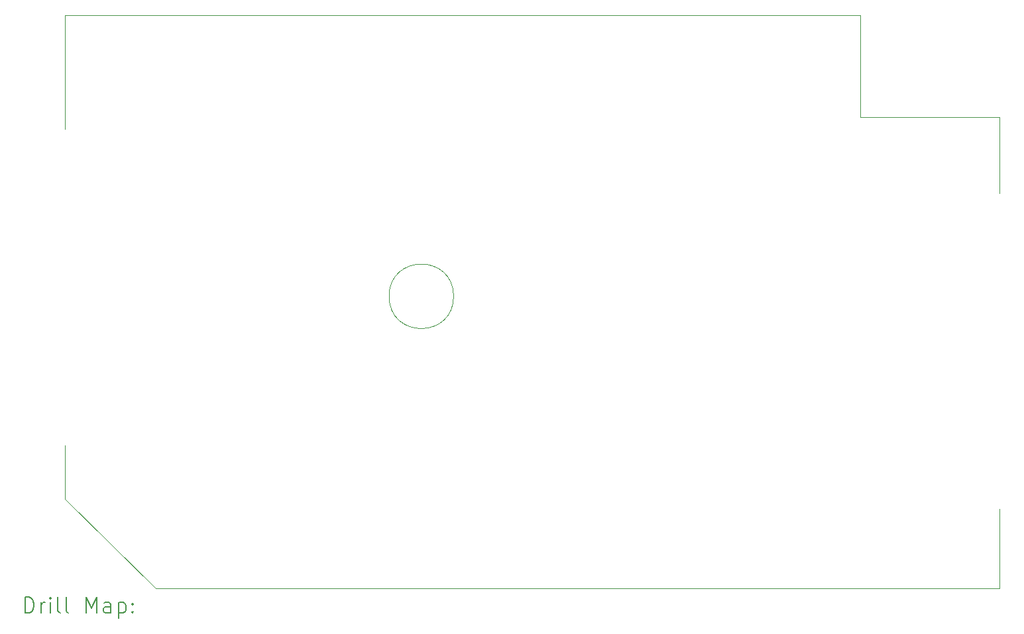
<source format=gbr>
%FSLAX45Y45*%
G04 Gerber Fmt 4.5, Leading zero omitted, Abs format (unit mm)*
G04 Created by KiCad (PCBNEW (6.0.0)) date 2022-11-09 00:44:29*
%MOMM*%
%LPD*%
G01*
G04 APERTURE LIST*
%TA.AperFunction,Profile*%
%ADD10C,0.100000*%
%TD*%
%ADD11C,0.200000*%
G04 APERTURE END LIST*
D10*
X18918500Y-9323430D02*
X18918500Y-8351430D01*
X11946500Y-10644930D02*
G75*
G03*
X11946500Y-10644930I-412500J0D01*
G01*
X18918500Y-8351430D02*
X17140500Y-8351430D01*
X17140500Y-8351430D02*
X17140500Y-7048430D01*
X18918500Y-13364570D02*
X18918500Y-14379570D01*
X6981500Y-7048430D02*
X6981500Y-8509000D01*
X6981500Y-12550140D02*
X6981500Y-13236430D01*
X8141500Y-14379570D02*
X6981500Y-13236430D01*
X18918500Y-14379570D02*
X8141500Y-14379570D01*
X17140500Y-7048430D02*
X6981500Y-7048430D01*
D11*
X6473119Y-14695046D02*
X6473119Y-14495046D01*
X6520738Y-14495046D01*
X6549309Y-14504570D01*
X6568357Y-14523618D01*
X6577881Y-14542665D01*
X6587405Y-14580760D01*
X6587405Y-14609332D01*
X6577881Y-14647427D01*
X6568357Y-14666475D01*
X6549309Y-14685522D01*
X6520738Y-14695046D01*
X6473119Y-14695046D01*
X6673119Y-14695046D02*
X6673119Y-14561713D01*
X6673119Y-14599808D02*
X6682643Y-14580760D01*
X6692167Y-14571237D01*
X6711214Y-14561713D01*
X6730262Y-14561713D01*
X6796928Y-14695046D02*
X6796928Y-14561713D01*
X6796928Y-14495046D02*
X6787405Y-14504570D01*
X6796928Y-14514094D01*
X6806452Y-14504570D01*
X6796928Y-14495046D01*
X6796928Y-14514094D01*
X6920738Y-14695046D02*
X6901690Y-14685522D01*
X6892167Y-14666475D01*
X6892167Y-14495046D01*
X7025500Y-14695046D02*
X7006452Y-14685522D01*
X6996928Y-14666475D01*
X6996928Y-14495046D01*
X7254071Y-14695046D02*
X7254071Y-14495046D01*
X7320738Y-14637903D01*
X7387405Y-14495046D01*
X7387405Y-14695046D01*
X7568357Y-14695046D02*
X7568357Y-14590284D01*
X7558833Y-14571237D01*
X7539786Y-14561713D01*
X7501690Y-14561713D01*
X7482643Y-14571237D01*
X7568357Y-14685522D02*
X7549309Y-14695046D01*
X7501690Y-14695046D01*
X7482643Y-14685522D01*
X7473119Y-14666475D01*
X7473119Y-14647427D01*
X7482643Y-14628379D01*
X7501690Y-14618856D01*
X7549309Y-14618856D01*
X7568357Y-14609332D01*
X7663595Y-14561713D02*
X7663595Y-14761713D01*
X7663595Y-14571237D02*
X7682643Y-14561713D01*
X7720738Y-14561713D01*
X7739786Y-14571237D01*
X7749309Y-14580760D01*
X7758833Y-14599808D01*
X7758833Y-14656951D01*
X7749309Y-14675998D01*
X7739786Y-14685522D01*
X7720738Y-14695046D01*
X7682643Y-14695046D01*
X7663595Y-14685522D01*
X7844548Y-14675998D02*
X7854071Y-14685522D01*
X7844548Y-14695046D01*
X7835024Y-14685522D01*
X7844548Y-14675998D01*
X7844548Y-14695046D01*
X7844548Y-14571237D02*
X7854071Y-14580760D01*
X7844548Y-14590284D01*
X7835024Y-14580760D01*
X7844548Y-14571237D01*
X7844548Y-14590284D01*
M02*

</source>
